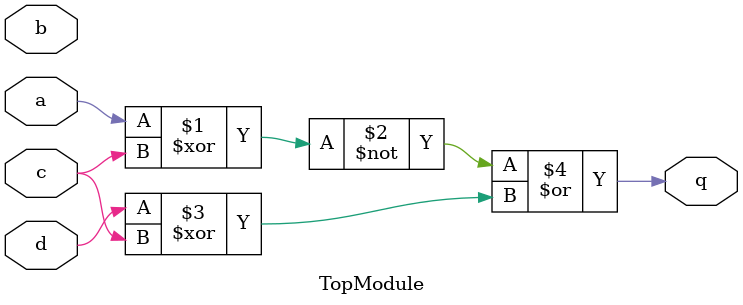
<source format=sv>

module TopModule (
    input a,
    input b,
    input c,
    input d,
    output q
);

    assign q = ~(a ^ c) | (d ^ c);

endmodule

// VERILOG-EVAL: errant inclusion of module definition

</source>
